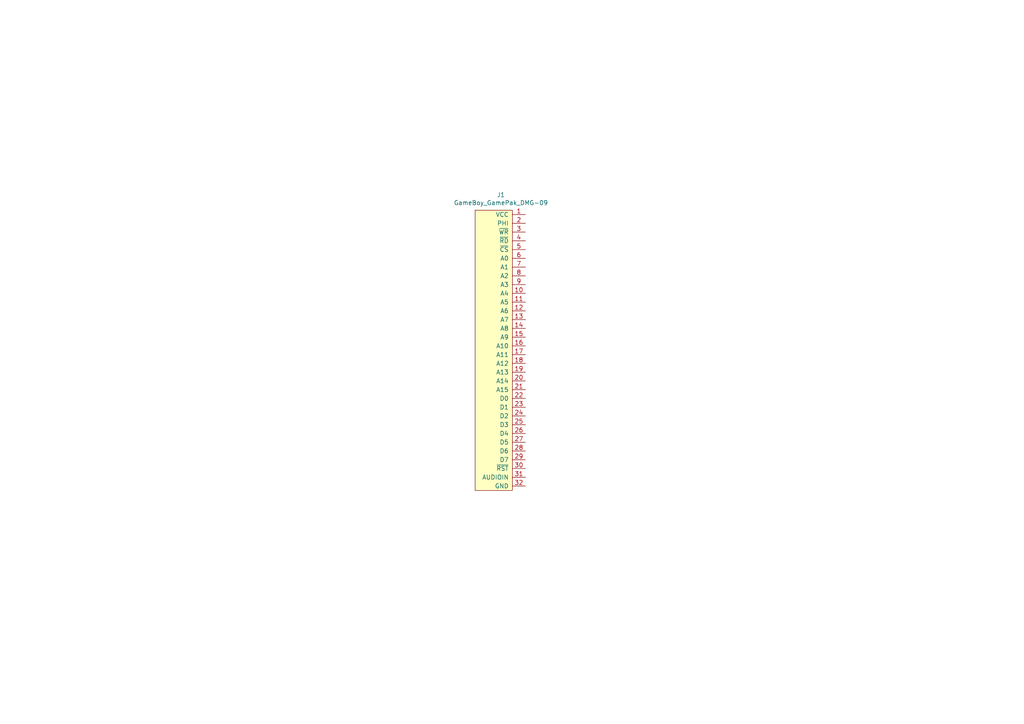
<source format=kicad_sch>
(kicad_sch (version 20211123) (generator eeschema)
  (paper "A4")
  (lib_symbols
    (symbol "Connector_GameBoy:GameBoy_GamePak_DMG-09" (pin_names (offset 1.016))
      (property "Reference" "J" (at -1.27 41.91 0))
      (property "Value" "GameBoy_GamePak_DMG-09" (at -4.445 -42.545 0))
      (symbol "GameBoy_GamePak_DMG-09_0_1"
        (rectangle (start 0 40.64) (end -10.795 -40.64) (fill (type background)))
      )
      (symbol "GameBoy_GamePak_DMG-09_1_1"
        (pin passive line (at 3.81 39.37 180) (length 3.81) (name "VCC") (number "1"))
        (pin passive line (at 3.81 16.51 180) (length 3.81) (name "A4") (number "10"))
        (pin passive line (at 3.81 13.97 180) (length 3.81) (name "A5") (number "11"))
        (pin passive line (at 3.81 11.43 180) (length 3.81) (name "A6") (number "12"))
        (pin passive line (at 3.81 8.89 180) (length 3.81) (name "A7") (number "13"))
        (pin passive line (at 3.81 6.35 180) (length 3.81) (name "A8") (number "14"))
        (pin passive line (at 3.81 3.81 180) (length 3.81) (name "A9") (number "15"))
        (pin passive line (at 3.81 1.27 180) (length 3.81) (name "A10") (number "16"))
        (pin passive line (at 3.81 -1.27 180) (length 3.81) (name "A11") (number "17"))
        (pin passive line (at 3.81 -3.81 180) (length 3.81) (name "A12") (number "18"))
        (pin passive line (at 3.81 -6.35 180) (length 3.81) (name "A13") (number "19"))
        (pin passive line (at 3.81 36.83 180) (length 3.81) (name "PHI") (number "2"))
        (pin passive line (at 3.81 -8.89 180) (length 3.81) (name "A14") (number "20"))
        (pin passive line (at 3.81 -11.43 180) (length 3.81) (name "A15") (number "21"))
        (pin passive line (at 3.81 -13.97 180) (length 3.81) (name "D0") (number "22"))
        (pin passive line (at 3.81 -16.51 180) (length 3.81) (name "D1") (number "23"))
        (pin passive line (at 3.81 -19.05 180) (length 3.81) (name "D2") (number "24"))
        (pin passive line (at 3.81 -21.59 180) (length 3.81) (name "D3") (number "25"))
        (pin passive line (at 3.81 -24.13 180) (length 3.81) (name "D4") (number "26"))
        (pin passive line (at 3.81 -26.67 180) (length 3.81) (name "D5") (number "27"))
        (pin passive line (at 3.81 -29.21 180) (length 3.81) (name "D6") (number "28"))
        (pin passive line (at 3.81 -31.75 180) (length 3.81) (name "D7") (number "29"))
        (pin passive line (at 3.81 34.29 180) (length 3.81) (name "~{WR}") (number "3"))
        (pin passive line (at 3.81 -34.29 180) (length 3.81) (name "~{RST}") (number "30"))
        (pin passive line (at 3.81 -36.83 180) (length 3.81) (name "AUDIOIN") (number "31"))
        (pin passive line (at 3.81 -39.37 180) (length 3.81) (name "GND") (number "32"))
        (pin passive line (at 3.81 31.75 180) (length 3.81) (name "~{RD}") (number "4"))
        (pin passive line (at 3.81 29.21 180) (length 3.81) (name "~{CS}") (number "5"))
        (pin passive line (at 3.81 26.67 180) (length 3.81) (name "A0") (number "6"))
        (pin passive line (at 3.81 24.13 180) (length 3.81) (name "A1") (number "7"))
        (pin passive line (at 3.81 21.59 180) (length 3.81) (name "A2") (number "8"))
        (pin passive line (at 3.81 19.05 180) (length 3.81) (name "A3") (number "9"))
      )
    )
  )
  (symbol (lib_id "Connector_GameBoy:GameBoy_GamePak_DMG-09") (at 148.59 101.6 0) (unit 1)
    (property "Reference" "J1" (at 145.288 56.515 0))
    (property "Value" "GameBoy_GamePak_DMG-09" (at 145.288 58.8264 0))
    (property "Footprint" "Connector_GameBoy:GameBoy_GamePak_DMG-09_P1.50mm_Edge" (effects hide))
  )
)
</source>
